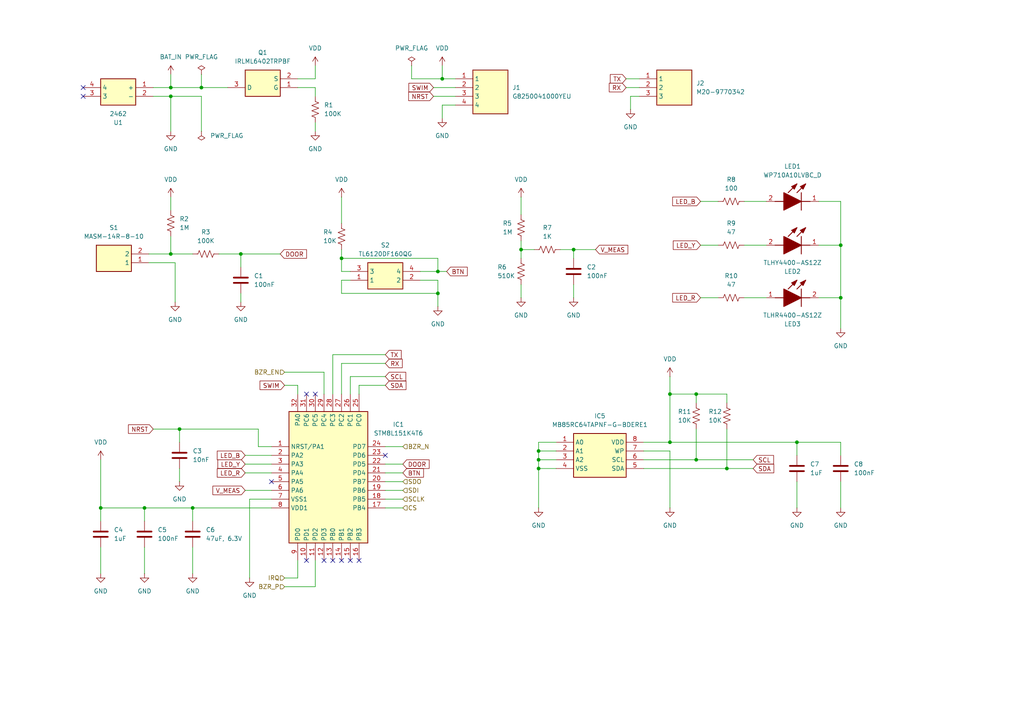
<source format=kicad_sch>
(kicad_sch (version 20250114) (generator "eeschema") (generator_version "9.0")
  (paper "A4")
  (title_block (title "MCU") (date "2025-10-20") (rev "REV1.0") (company "NPX4U"))
  (lib_symbols
    (symbol "2462:2462"
      (property "Reference" "U" (at 16.51 7.62 0))
      (property "Value" "2462" (at 16.51 5.08 0))
      (symbol "2462_1_1"
        (rectangle (start 5.08 2.54) (end 15.24 -5.08) (stroke (width 0.254)) (fill (type background)))
        (pin passive line (at 0 0 0) (length 5.08) (name "3") (number "3"))
        (pin passive line (at 0 -2.54 0) (length 5.08) (name "4") (number "4"))
        (pin passive line (at 20.32 0 180) (length 5.08) (name "-") (number "2"))
        (pin passive line (at 20.32 -2.54 180) (length 5.08) (name "+") (number "1"))
      )
    )
    (symbol "Device:C" (pin_numbers (hide yes)) (pin_names (offset 0.254))
      (property "Reference" "C" (at 0.635 2.54 0))
      (property "Value" "C" (at 0.635 -2.54 0))
      (symbol "C_0_1"
        (polyline (pts (xy -2.032 0.762) (xy 2.032 0.762)) (stroke (width 0.508)))
        (polyline (pts (xy -2.032 -0.762) (xy 2.032 -0.762)) (stroke (width 0.508)))
      )
      (symbol "C_1_1"
        (pin passive line (at 0 3.81 270) (length 2.794) (name "~") (number "1"))
        (pin passive line (at 0 -3.81 90) (length 2.794) (name "~") (number "2"))
      )
    )
    (symbol "Device:R_US" (pin_numbers (hide yes)) (pin_names (offset 0))
      (property "Reference" "R" (at 2.54 0 90))
      (property "Value" "R_US" (at -2.54 0 90))
      (symbol "R_US_0_1"
        (polyline (pts (xy 0 2.286) (xy 0 2.54)))
        (polyline (pts (xy 0 2.286) (xy 1.016 1.905) (xy 0 1.524) (xy -1.016 1.143) (xy 0 0.762)))
        (polyline (pts (xy 0 0.762) (xy 1.016 0.381) (xy 0 0) (xy -1.016 -0.381) (xy 0 -0.762)))
        (polyline (pts (xy 0 -0.762) (xy 1.016 -1.143) (xy 0 -1.524) (xy -1.016 -1.905) (xy 0 -2.286)))
        (polyline (pts (xy 0 -2.286) (xy 0 -2.54)))
      )
      (symbol "R_US_1_1"
        (pin passive line (at 0 3.81 270) (length 1.27) (name "~") (number "1"))
        (pin passive line (at 0 -3.81 90) (length 1.27) (name "~") (number "2"))
      )
    )
    (symbol "G8250041000YEU:G8250041000YEU"
      (property "Reference" "J" (at 16.51 7.62 0))
      (property "Value" "G8250041000YEU" (at 16.51 5.08 0))
      (symbol "G8250041000YEU_1_1"
        (rectangle (start 5.08 2.54) (end 15.24 -10.16) (stroke (width 0.254)) (fill (type background)))
        (pin passive line (at 0 0 0) (length 5.08) (name "1") (number "1"))
        (pin passive line (at 0 -2.54 0) (length 5.08) (name "2") (number "2"))
        (pin passive line (at 0 -5.08 0) (length 5.08) (name "3") (number "3"))
        (pin passive line (at 0 -7.62 0) (length 5.08) (name "4") (number "4"))
      )
    )
    (symbol "IRLML6402TRPBF:IRLML6402TRPBF"
      (property "Reference" "Q" (at 16.51 7.62 0))
      (property "Value" "IRLML6402TRPBF" (at 16.51 5.08 0))
      (symbol "IRLML6402TRPBF_1_1"
        (rectangle (start 5.08 2.54) (end 15.24 -5.08) (stroke (width 0.254)) (fill (type background)))
        (pin passive line (at 0 0 0) (length 5.08) (name "G") (number "1"))
        (pin passive line (at 0 -2.54 0) (length 5.08) (name "S") (number "2"))
        (pin passive line (at 20.32 0 180) (length 5.08) (name "D") (number "3"))
      )
    )
    (symbol "M20-9770342:M20-9770342"
      (property "Reference" "J" (at 16.51 7.62 0))
      (property "Value" "M20-9770342" (at 16.51 5.08 0))
      (symbol "M20-9770342_1_1"
        (rectangle (start 5.08 2.54) (end 15.24 -7.62) (stroke (width 0.254)) (fill (type background)))
        (pin passive line (at 0 0 0) (length 5.08) (name "1") (number "1"))
        (pin passive line (at 0 -2.54 0) (length 5.08) (name "2") (number "2"))
        (pin passive line (at 0 -5.08 0) (length 5.08) (name "3") (number "3"))
      )
    )
    (symbol "MASM-14R-8-10:MASM-14R-8-10"
      (property "Reference" "S" (at 16.51 7.62 0))
      (property "Value" "MASM-14R-8-10" (at 16.51 5.08 0))
      (symbol "MASM-14R-8-10_1_1"
        (rectangle (start 5.08 2.54) (end 15.24 -5.08) (stroke (width 0.254)) (fill (type background)))
        (pin passive line (at 0 0 0) (length 5.08) (name "1") (number "1"))
        (pin passive line (at 0 -2.54 0) (length 5.08) (name "2") (number "2"))
      )
    )
    (symbol "MB85RC64TAPNF-G-BDERE1:MB85RC64TAPNF-G-BDERE1"
      (property "Reference" "IC" (at 21.59 7.62 0))
      (property "Value" "MB85RC64TAPNF-G-BDERE1" (at 21.59 5.08 0))
      (symbol "MB85RC64TAPNF-G-BDERE1_1_1"
        (rectangle (start 5.08 2.54) (end 20.32 -10.16) (stroke (width 0.254)) (fill (type background)))
        (pin passive line (at 0 0 0) (length 5.08) (name "A0") (number "1"))
        (pin passive line (at 0 -2.54 0) (length 5.08) (name "A1") (number "2"))
        (pin passive line (at 0 -5.08 0) (length 5.08) (name "A2") (number "3"))
        (pin passive line (at 0 -7.62 0) (length 5.08) (name "VSS") (number "4"))
        (pin passive line (at 25.4 0 180) (length 5.08) (name "VDD") (number "8"))
        (pin passive line (at 25.4 -2.54 180) (length 5.08) (name "WP") (number "7"))
        (pin passive line (at 25.4 -5.08 180) (length 5.08) (name "SCL") (number "6"))
        (pin passive line (at 25.4 -7.62 180) (length 5.08) (name "SDA") (number "5"))
      )
    )
    (symbol "STM8L151K4T6:STM8L151K4T6"
      (property "Reference" "IC" (at 29.21 15.24 0))
      (property "Value" "STM8L151K4T6" (at 29.21 12.7 0))
      (symbol "STM8L151K4T6_1_1"
        (rectangle (start 5.08 10.16) (end 27.94 -27.94) (stroke (width 0.254)) (fill (type background)))
        (pin passive line (at 0 0 0) (length 5.08) (name "NRST/PA1") (number "1"))
        (pin passive line (at 0 -2.54 0) (length 5.08) (name "PA2") (number "2"))
        (pin passive line (at 0 -5.08 0) (length 5.08) (name "PA3") (number "3"))
        (pin passive line (at 0 -7.62 0) (length 5.08) (name "PA4") (number "4"))
        (pin passive line (at 0 -10.16 0) (length 5.08) (name "PA5") (number "5"))
        (pin passive line (at 0 -12.7 0) (length 5.08) (name "PA6") (number "6"))
        (pin passive line (at 0 -15.24 0) (length 5.08) (name "VSS1") (number "7"))
        (pin passive line (at 0 -17.78 0) (length 5.08) (name "VDD1") (number "8"))
        (pin passive line (at 7.62 15.24 270) (length 5.08) (name "PA0") (number "32"))
        (pin passive line (at 7.62 -33.02 90) (length 5.08) (name "PD0") (number "9"))
        (pin passive line (at 10.16 15.24 270) (length 5.08) (name "PC6") (number "31"))
        (pin passive line (at 10.16 -33.02 90) (length 5.08) (name "PD1") (number "10"))
        (pin passive line (at 12.7 15.24 270) (length 5.08) (name "PC5") (number "30"))
        (pin passive line (at 12.7 -33.02 90) (length 5.08) (name "PD2") (number "11"))
        (pin passive line (at 15.24 15.24 270) (length 5.08) (name "PC4") (number "29"))
        (pin passive line (at 15.24 -33.02 90) (length 5.08) (name "PD3") (number "12"))
        (pin passive line (at 17.78 15.24 270) (length 5.08) (name "PC3") (number "28"))
        (pin passive line (at 17.78 -33.02 90) (length 5.08) (name "PB0") (number "13"))
        (pin passive line (at 20.32 15.24 270) (length 5.08) (name "PC2") (number "27"))
        (pin passive line (at 20.32 -33.02 90) (length 5.08) (name "PB1") (number "14"))
        (pin passive line (at 22.86 15.24 270) (length 5.08) (name "PC1") (number "26"))
        (pin passive line (at 22.86 -33.02 90) (length 5.08) (name "PB2") (number "15"))
        (pin passive line (at 25.4 15.24 270) (length 5.08) (name "PC0") (number "25"))
        (pin passive line (at 25.4 -33.02 90) (length 5.08) (name "PB3") (number "16"))
        (pin passive line (at 33.02 0 180) (length 5.08) (name "PD7") (number "24"))
        (pin passive line (at 33.02 -2.54 180) (length 5.08) (name "PD6") (number "23"))
        (pin passive line (at 33.02 -5.08 180) (length 5.08) (name "PD5") (number "22"))
        (pin passive line (at 33.02 -7.62 180) (length 5.08) (name "PD4") (number "21"))
        (pin passive line (at 33.02 -10.16 180) (length 5.08) (name "PB7") (number "20"))
        (pin passive line (at 33.02 -12.7 180) (length 5.08) (name "PB6") (number "19"))
        (pin passive line (at 33.02 -15.24 180) (length 5.08) (name "PB5") (number "18"))
        (pin passive line (at 33.02 -17.78 180) (length 5.08) (name "PB4") (number "17"))
      )
    )
    (symbol "TL6120DF160QG:TL6120DF160QG"
      (property "Reference" "S" (at 16.51 7.62 0))
      (property "Value" "TL6120DF160QG" (at 16.51 5.08 0))
      (symbol "TL6120DF160QG_1_1"
        (rectangle (start 5.08 2.54) (end 15.24 -5.08) (stroke (width 0.254)) (fill (type background)))
        (pin passive line (at 0 0 0) (length 5.08) (name "3") (number "3"))
        (pin passive line (at 0 -2.54 0) (length 5.08) (name "1") (number "1"))
        (pin passive line (at 20.32 0 180) (length 5.08) (name "4") (number "4"))
        (pin passive line (at 20.32 -2.54 180) (length 5.08) (name "2") (number "2"))
      )
    )
    (symbol "TLHR4400-AS12Z:TLHR4400-AS12Z" (pin_names (hide yes))
      (property "Reference" "LED" (at 12.7 8.89 0))
      (property "Value" "TLHR4400-AS12Z" (at 12.7 6.35 0))
      (symbol "TLHR4400-AS12Z_1_1"
        (polyline (pts (xy 2.54 0) (xy 5.08 0)) (stroke (width 0.254)))
        (polyline (pts (xy 5.08 2.54) (xy 5.08 -2.54)) (stroke (width 0.254)))
        (polyline (pts (xy 5.08 0) (xy 10.16 2.54) (xy 10.16 -2.54) (xy 5.08 0)) (stroke (width 0.254)) (fill (type outline)))
        (polyline (pts (xy 5.334 4.318) (xy 4.572 3.556) (xy 3.81 5.08) (xy 5.334 4.318)) (stroke (width 0.254)) (fill (type outline)))
        (polyline (pts (xy 6.35 2.54) (xy 3.81 5.08)) (stroke (width 0.254)))
        (polyline (pts (xy 7.874 4.318) (xy 7.112 3.556) (xy 6.35 5.08) (xy 7.874 4.318)) (stroke (width 0.254)) (fill (type outline)))
        (polyline (pts (xy 8.89 2.54) (xy 6.35 5.08)) (stroke (width 0.254)))
        (polyline (pts (xy 10.16 0) (xy 12.7 0)) (stroke (width 0.254)))
        (pin passive line (at 0 0 0) (length 2.54) (name "K") (number "2"))
        (pin passive line (at 15.24 0 180) (length 2.54) (name "A") (number "1"))
      )
    )
    (symbol "TLHY4400-AS12Z:TLHY4400-AS12Z" (pin_names (hide yes))
      (property "Reference" "LED" (at 12.7 8.89 0))
      (property "Value" "TLHY4400-AS12Z" (at 12.7 6.35 0))
      (symbol "TLHY4400-AS12Z_1_1"
        (polyline (pts (xy 2.54 0) (xy 5.08 0)) (stroke (width 0.254)))
        (polyline (pts (xy 5.08 2.54) (xy 5.08 -2.54)) (stroke (width 0.254)))
        (polyline (pts (xy 5.08 0) (xy 10.16 2.54) (xy 10.16 -2.54) (xy 5.08 0)) (stroke (width 0.254)) (fill (type outline)))
        (polyline (pts (xy 5.334 4.318) (xy 4.572 3.556) (xy 3.81 5.08) (xy 5.334 4.318)) (stroke (width 0.254)) (fill (type outline)))
        (polyline (pts (xy 6.35 2.54) (xy 3.81 5.08)) (stroke (width 0.254)))
        (polyline (pts (xy 7.874 4.318) (xy 7.112 3.556) (xy 6.35 5.08) (xy 7.874 4.318)) (stroke (width 0.254)) (fill (type outline)))
        (polyline (pts (xy 8.89 2.54) (xy 6.35 5.08)) (stroke (width 0.254)))
        (polyline (pts (xy 10.16 0) (xy 12.7 0)) (stroke (width 0.254)))
        (pin passive line (at 0 0 0) (length 2.54) (name "K") (number "1"))
        (pin passive line (at 15.24 0 180) (length 2.54) (name "A") (number "2"))
      )
    )
    (symbol "WP710A10LVBC_D:WP710A10LVBC_D" (pin_names (hide yes))
      (property "Reference" "LED" (at 12.7 8.89 0))
      (property "Value" "WP710A10LVBC_D" (at 12.7 6.35 0))
      (symbol "WP710A10LVBC_D_1_1"
        (polyline (pts (xy 2.54 0) (xy 5.08 0)) (stroke (width 0.254)))
        (polyline (pts (xy 5.08 2.54) (xy 5.08 -2.54)) (stroke (width 0.254)))
        (polyline (pts (xy 5.08 0) (xy 10.16 2.54) (xy 10.16 -2.54) (xy 5.08 0)) (stroke (width 0.254)) (fill (type outline)))
        (polyline (pts (xy 5.334 4.318) (xy 4.572 3.556) (xy 3.81 5.08) (xy 5.334 4.318)) (stroke (width 0.254)) (fill (type outline)))
        (polyline (pts (xy 6.35 2.54) (xy 3.81 5.08)) (stroke (width 0.254)))
        (polyline (pts (xy 7.874 4.318) (xy 7.112 3.556) (xy 6.35 5.08) (xy 7.874 4.318)) (stroke (width 0.254)) (fill (type outline)))
        (polyline (pts (xy 8.89 2.54) (xy 6.35 5.08)) (stroke (width 0.254)))
        (polyline (pts (xy 10.16 0) (xy 12.7 0)) (stroke (width 0.254)))
        (pin passive line (at 0 0 0) (length 2.54) (name "K") (number "1"))
        (pin passive line (at 15.24 0 180) (length 2.54) (name "A") (number "2"))
      )
    )
    (symbol "power:GND" (power) (pin_numbers (hide yes)) (pin_names (offset 0) (hide yes))
      (property "Value" "GND" (at 0 -3.81 0))
      (symbol "GND_0_1"
        (polyline (pts (xy 0 0) (xy 0 -1.27) (xy 1.27 -1.27) (xy 0 -2.54) (xy -1.27 -1.27) (xy 0 -1.27)))
      )
      (symbol "GND_1_1"
        (pin power_in line (at 0 0 270) (length 0) (name "~") (number "1"))
      )
    )
    (symbol "power:PWR_FLAG" (power) (pin_numbers (hide yes)) (pin_names (offset 0) (hide yes))
      (property "Value" "PWR_FLAG" (at 0 3.81 0))
      (symbol "PWR_FLAG_0_0"
        (pin power_out line (at 0 0 90) (length 0) (name "~") (number "1"))
      )
      (symbol "PWR_FLAG_0_1"
        (polyline (pts (xy 0 0) (xy 0 1.27) (xy -1.016 1.905) (xy 0 2.54) (xy 1.016 1.905) (xy 0 1.27)))
      )
    )
    (symbol "power:VDD" (power) (pin_numbers (hide yes)) (pin_names (offset 0) (hide yes))
      (property "Value" "VDD" (at 0 3.556 0))
      (symbol "VDD_0_1"
        (polyline (pts (xy -0.762 1.27) (xy 0 2.54)))
        (polyline (pts (xy 0 2.54) (xy 0.762 1.27)))
        (polyline (pts (xy 0 0) (xy 0 2.54)))
      )
      (symbol "VDD_1_1"
        (pin power_in line (at 0 0 90) (length 0) (name "~") (number "1"))
      )
    )
  )
  (junction (at 243.84 71.12))
  (junction (at 99.06 74.93))
  (junction (at 210.82 135.89))
  (junction (at 52.07 124.46))
  (junction (at 243.84 86.36))
  (junction (at 201.93 114.3))
  (junction (at 29.21 147.32))
  (junction (at 41.91 147.32))
  (junction (at 166.37 72.39))
  (junction (at 156.21 135.89))
  (junction (at 69.85 73.66))
  (junction (at 127 78.74))
  (junction (at 49.53 73.66))
  (junction (at 55.88 147.32))
  (junction (at 49.53 25.4))
  (junction (at 127 85.09))
  (junction (at 156.21 133.35))
  (junction (at 58.42 25.4))
  (junction (at 151.13 72.39))
  (junction (at 231.14 128.27))
  (junction (at 128.27 22.86))
  (junction (at 49.53 27.94))
  (junction (at 194.31 128.27))
  (junction (at 194.31 114.3))
  (junction (at 201.93 133.35))
  (junction (at 156.21 130.81))
  (no_connect (at 24.13 27.94))
  (no_connect (at 78.74 139.7))
  (no_connect (at 91.44 114.3))
  (no_connect (at 99.06 162.56))
  (no_connect (at 101.6 162.56))
  (no_connect (at 104.14 162.56))
  (no_connect (at 88.9 114.3))
  (no_connect (at 111.76 132.08))
  (no_connect (at 93.98 162.56))
  (no_connect (at 88.9 162.56))
  (no_connect (at 24.13 25.4))
  (no_connect (at 96.52 162.56))
  (wire (pts (xy 151.13 69.85) (xy 151.13 72.39)))
  (wire (pts (xy 58.42 38.1) (xy 58.42 27.94)))
  (wire (pts (xy 41.91 158.75) (xy 41.91 166.37)))
  (wire (pts (xy 156.21 133.35) (xy 161.29 133.35)))
  (wire (pts (xy 127 74.93) (xy 99.06 74.93)))
  (wire (pts (xy 99.06 74.93) (xy 99.06 72.39)))
  (wire (pts (xy 74.93 124.46) (xy 74.93 129.54)))
  (wire (pts (xy 104.14 111.76) (xy 104.14 114.3)))
  (wire (pts (xy 132.08 22.86) (xy 128.27 22.86)))
  (wire (pts (xy 156.21 135.89) (xy 156.21 133.35)))
  (wire (pts (xy 50.8 87.63) (xy 50.8 76.2)))
  (wire (pts (xy 49.53 21.59) (xy 49.53 25.4)))
  (wire (pts (xy 71.12 132.08) (xy 78.74 132.08)))
  (wire (pts (xy 55.88 147.32) (xy 41.91 147.32)))
  (wire (pts (xy 29.21 158.75) (xy 29.21 166.37)))
  (wire (pts (xy 55.88 158.75) (xy 55.88 166.37)))
  (wire (pts (xy 201.93 133.35) (xy 218.44 133.35)))
  (wire (pts (xy 99.06 78.74) (xy 99.06 74.93)))
  (wire (pts (xy 156.21 147.32) (xy 156.21 135.89)))
  (wire (pts (xy 215.9 58.42) (xy 222.25 58.42)))
  (wire (pts (xy 49.53 27.94) (xy 49.53 38.1)))
  (wire (pts (xy 166.37 82.55) (xy 166.37 86.36)))
  (wire (pts (xy 86.36 111.76) (xy 86.36 114.3)))
  (wire (pts (xy 210.82 116.84) (xy 210.82 114.3)))
  (wire (pts (xy 125.73 27.94) (xy 132.08 27.94)))
  (wire (pts (xy 99.06 105.41) (xy 111.76 105.41)))
  (wire (pts (xy 82.55 167.64) (xy 86.36 167.64)))
  (wire (pts (xy 111.76 102.87) (xy 96.52 102.87)))
  (wire (pts (xy 63.5 73.66) (xy 69.85 73.66)))
  (wire (pts (xy 151.13 72.39) (xy 151.13 74.93)))
  (wire (pts (xy 203.2 58.42) (xy 208.28 58.42)))
  (wire (pts (xy 119.38 22.86) (xy 128.27 22.86)))
  (wire (pts (xy 58.42 25.4) (xy 66.04 25.4)))
  (wire (pts (xy 55.88 147.32) (xy 55.88 151.13)))
  (wire (pts (xy 156.21 135.89) (xy 161.29 135.89)))
  (wire (pts (xy 101.6 109.22) (xy 101.6 114.3)))
  (wire (pts (xy 93.98 107.95) (xy 93.98 114.3)))
  (wire (pts (xy 127 81.28) (xy 121.92 81.28)))
  (wire (pts (xy 49.53 73.66) (xy 49.53 68.58)))
  (wire (pts (xy 156.21 130.81) (xy 156.21 128.27)))
  (wire (pts (xy 231.14 132.08) (xy 231.14 128.27)))
  (wire (pts (xy 52.07 124.46) (xy 44.45 124.46)))
  (wire (pts (xy 52.07 124.46) (xy 52.07 128.27)))
  (wire (pts (xy 194.31 114.3) (xy 194.31 109.22)))
  (wire (pts (xy 210.82 114.3) (xy 201.93 114.3)))
  (wire (pts (xy 203.2 86.36) (xy 208.28 86.36)))
  (wire (pts (xy 151.13 57.15) (xy 151.13 62.23)))
  (wire (pts (xy 127 78.74) (xy 129.54 78.74)))
  (wire (pts (xy 49.53 73.66) (xy 55.88 73.66)))
  (wire (pts (xy 186.69 135.89) (xy 210.82 135.89)))
  (wire (pts (xy 162.56 72.39) (xy 166.37 72.39)))
  (wire (pts (xy 194.31 130.81) (xy 186.69 130.81)))
  (wire (pts (xy 156.21 130.81) (xy 161.29 130.81)))
  (wire (pts (xy 58.42 21.59) (xy 58.42 25.4)))
  (wire (pts (xy 86.36 167.64) (xy 86.36 162.56)))
  (wire (pts (xy 111.76 147.32) (xy 116.84 147.32)))
  (wire (pts (xy 99.06 114.3) (xy 99.06 105.41)))
  (wire (pts (xy 237.49 71.12) (xy 243.84 71.12)))
  (wire (pts (xy 128.27 30.48) (xy 128.27 34.29)))
  (wire (pts (xy 111.76 137.16) (xy 116.84 137.16)))
  (wire (pts (xy 49.53 57.15) (xy 49.53 60.96)))
  (wire (pts (xy 132.08 30.48) (xy 128.27 30.48)))
  (wire (pts (xy 237.49 86.36) (xy 243.84 86.36)))
  (wire (pts (xy 43.18 73.66) (xy 49.53 73.66)))
  (wire (pts (xy 186.69 133.35) (xy 201.93 133.35)))
  (wire (pts (xy 194.31 128.27) (xy 194.31 114.3)))
  (wire (pts (xy 182.88 27.94) (xy 182.88 31.75)))
  (wire (pts (xy 91.44 22.86) (xy 91.44 19.05)))
  (wire (pts (xy 181.61 25.4) (xy 185.42 25.4)))
  (wire (pts (xy 72.39 144.78) (xy 78.74 144.78)))
  (wire (pts (xy 243.84 128.27) (xy 231.14 128.27)))
  (wire (pts (xy 166.37 72.39) (xy 166.37 74.93)))
  (wire (pts (xy 151.13 72.39) (xy 154.94 72.39)))
  (wire (pts (xy 44.45 25.4) (xy 49.53 25.4)))
  (wire (pts (xy 41.91 147.32) (xy 41.91 151.13)))
  (wire (pts (xy 243.84 71.12) (xy 243.84 86.36)))
  (wire (pts (xy 127 85.09) (xy 127 81.28)))
  (wire (pts (xy 99.06 85.09) (xy 127 85.09)))
  (wire (pts (xy 215.9 86.36) (xy 222.25 86.36)))
  (wire (pts (xy 49.53 25.4) (xy 58.42 25.4)))
  (wire (pts (xy 82.55 170.18) (xy 91.44 170.18)))
  (wire (pts (xy 119.38 19.05) (xy 119.38 22.86)))
  (wire (pts (xy 71.12 134.62) (xy 78.74 134.62)))
  (wire (pts (xy 121.92 78.74) (xy 127 78.74)))
  (wire (pts (xy 82.55 111.76) (xy 86.36 111.76)))
  (wire (pts (xy 74.93 129.54) (xy 78.74 129.54)))
  (wire (pts (xy 231.14 128.27) (xy 194.31 128.27)))
  (wire (pts (xy 86.36 25.4) (xy 91.44 25.4)))
  (wire (pts (xy 101.6 81.28) (xy 99.06 81.28)))
  (wire (pts (xy 111.76 129.54) (xy 116.84 129.54)))
  (wire (pts (xy 127 88.9) (xy 127 85.09)))
  (wire (pts (xy 41.91 147.32) (xy 29.21 147.32)))
  (wire (pts (xy 243.84 58.42) (xy 243.84 71.12)))
  (wire (pts (xy 99.06 57.15) (xy 99.06 64.77)))
  (wire (pts (xy 111.76 134.62) (xy 116.84 134.62)))
  (wire (pts (xy 111.76 142.24) (xy 116.84 142.24)))
  (wire (pts (xy 69.85 85.09) (xy 69.85 87.63)))
  (wire (pts (xy 55.88 147.32) (xy 78.74 147.32)))
  (wire (pts (xy 243.84 139.7) (xy 243.84 147.32)))
  (wire (pts (xy 237.49 58.42) (xy 243.84 58.42)))
  (wire (pts (xy 111.76 144.78) (xy 116.84 144.78)))
  (wire (pts (xy 69.85 73.66) (xy 69.85 77.47)))
  (wire (pts (xy 243.84 86.36) (xy 243.84 95.25)))
  (wire (pts (xy 86.36 22.86) (xy 91.44 22.86)))
  (wire (pts (xy 71.12 142.24) (xy 78.74 142.24)))
  (wire (pts (xy 111.76 109.22) (xy 101.6 109.22)))
  (wire (pts (xy 166.37 72.39) (xy 172.72 72.39)))
  (wire (pts (xy 99.06 81.28) (xy 99.06 85.09)))
  (wire (pts (xy 91.44 25.4) (xy 91.44 27.94)))
  (wire (pts (xy 125.73 25.4) (xy 132.08 25.4)))
  (wire (pts (xy 231.14 139.7) (xy 231.14 147.32)))
  (wire (pts (xy 29.21 147.32) (xy 29.21 151.13)))
  (wire (pts (xy 127 78.74) (xy 127 74.93)))
  (wire (pts (xy 215.9 71.12) (xy 222.25 71.12)))
  (wire (pts (xy 52.07 135.89) (xy 52.07 139.7)))
  (wire (pts (xy 96.52 102.87) (xy 96.52 114.3)))
  (wire (pts (xy 82.55 107.95) (xy 93.98 107.95)))
  (wire (pts (xy 181.61 22.86) (xy 185.42 22.86)))
  (wire (pts (xy 91.44 35.56) (xy 91.44 38.1)))
  (wire (pts (xy 243.84 132.08) (xy 243.84 128.27)))
  (wire (pts (xy 44.45 27.94) (xy 49.53 27.94)))
  (wire (pts (xy 111.76 111.76) (xy 104.14 111.76)))
  (wire (pts (xy 201.93 124.46) (xy 201.93 133.35)))
  (wire (pts (xy 72.39 144.78) (xy 72.39 167.64)))
  (wire (pts (xy 194.31 147.32) (xy 194.31 130.81)))
  (wire (pts (xy 210.82 135.89) (xy 218.44 135.89)))
  (wire (pts (xy 203.2 71.12) (xy 208.28 71.12)))
  (wire (pts (xy 71.12 137.16) (xy 78.74 137.16)))
  (wire (pts (xy 156.21 128.27) (xy 161.29 128.27)))
  (wire (pts (xy 210.82 124.46) (xy 210.82 135.89)))
  (wire (pts (xy 151.13 82.55) (xy 151.13 86.36)))
  (wire (pts (xy 201.93 116.84) (xy 201.93 114.3)))
  (wire (pts (xy 128.27 22.86) (xy 128.27 19.05)))
  (wire (pts (xy 58.42 27.94) (xy 49.53 27.94)))
  (wire (pts (xy 29.21 133.35) (xy 29.21 147.32)))
  (wire (pts (xy 111.76 139.7) (xy 116.84 139.7)))
  (wire (pts (xy 201.93 114.3) (xy 194.31 114.3)))
  (wire (pts (xy 74.93 124.46) (xy 52.07 124.46)))
  (wire (pts (xy 50.8 76.2) (xy 43.18 76.2)))
  (wire (pts (xy 186.69 128.27) (xy 194.31 128.27)))
  (wire (pts (xy 156.21 133.35) (xy 156.21 130.81)))
  (wire (pts (xy 101.6 78.74) (xy 99.06 78.74)))
  (wire (pts (xy 185.42 27.94) (xy 182.88 27.94)))
  (wire (pts (xy 69.85 73.66) (xy 81.28 73.66)))
  (wire (pts (xy 91.44 170.18) (xy 91.44 162.56)))
  (global_label "V_MEAS" (shape input) (at 172.72 72.39 0) (property "Intersheetrefs" "${INTERSHEET_REFS}" (effects (hide yes))))
  (global_label "DOOR" (shape input) (at 81.28 73.66 0) (property "Intersheetrefs" "${INTERSHEET_REFS}" (effects (hide yes))))
  (global_label "RX" (shape input) (at 111.76 105.41 0) (property "Intersheetrefs" "${INTERSHEET_REFS}" (effects (hide yes))))
  (global_label "LED_B" (shape input) (at 203.2 58.42 180) (property "Intersheetrefs" "${INTERSHEET_REFS}" (effects (hide yes))))
  (global_label "BTN" (shape input) (at 116.84 137.16 0) (property "Intersheetrefs" "${INTERSHEET_REFS}" (effects (hide yes))))
  (global_label "SDA" (shape input) (at 111.76 111.76 0) (property "Intersheetrefs" "${INTERSHEET_REFS}" (effects (hide yes))))
  (global_label "SDA" (shape input) (at 218.44 135.89 0) (property "Intersheetrefs" "${INTERSHEET_REFS}" (effects (hide yes))))
  (global_label "RX" (shape input) (at 181.61 25.4 180) (property "Intersheetrefs" "${INTERSHEET_REFS}" (effects (hide yes))))
  (global_label "SWIM" (shape input) (at 125.73 25.4 180) (property "Intersheetrefs" "${INTERSHEET_REFS}" (effects (hide yes))))
  (global_label "LED_Y" (shape input) (at 203.2 71.12 180) (property "Intersheetrefs" "${INTERSHEET_REFS}" (effects (hide yes))))
  (global_label "LED_B" (shape input) (at 71.12 132.08 180) (property "Intersheetrefs" "${INTERSHEET_REFS}" (effects (hide yes))))
  (global_label "NRST" (shape input) (at 44.45 124.46 180) (property "Intersheetrefs" "${INTERSHEET_REFS}" (effects (hide yes))))
  (global_label "DOOR" (shape input) (at 116.84 134.62 0) (property "Intersheetrefs" "${INTERSHEET_REFS}" (effects (hide yes))))
  (global_label "SWIM" (shape input) (at 82.55 111.76 180) (property "Intersheetrefs" "${INTERSHEET_REFS}" (effects (hide yes))))
  (global_label "V_MEAS" (shape input) (at 71.12 142.24 180) (property "Intersheetrefs" "${INTERSHEET_REFS}" (effects (hide yes))))
  (global_label "LED_R" (shape input) (at 71.12 137.16 180) (property "Intersheetrefs" "${INTERSHEET_REFS}" (effects (hide yes))))
  (global_label "SCL" (shape input) (at 111.76 109.22 0) (property "Intersheetrefs" "${INTERSHEET_REFS}" (effects (hide yes))))
  (global_label "TX" (shape input) (at 111.76 102.87 0) (property "Intersheetrefs" "${INTERSHEET_REFS}" (effects (hide yes))))
  (global_label "NRST" (shape input) (at 125.73 27.94 180) (property "Intersheetrefs" "${INTERSHEET_REFS}" (effects (hide yes))))
  (global_label "BTN" (shape input) (at 129.54 78.74 0) (property "Intersheetrefs" "${INTERSHEET_REFS}" (effects (hide yes))))
  (global_label "SCL" (shape input) (at 218.44 133.35 0) (property "Intersheetrefs" "${INTERSHEET_REFS}" (effects (hide yes))))
  (global_label "TX" (shape input) (at 181.61 22.86 180) (property "Intersheetrefs" "${INTERSHEET_REFS}" (effects (hide yes))))
  (global_label "LED_Y" (shape input) (at 71.12 134.62 180) (property "Intersheetrefs" "${INTERSHEET_REFS}" (effects (hide yes))))
  (global_label "LED_R" (shape input) (at 203.2 86.36 180) (property "Intersheetrefs" "${INTERSHEET_REFS}" (effects (hide yes))))
  (hierarchical_label "BZR_EN" (shape input) (at 82.55 107.95 180))
  (hierarchical_label "IRQ" (shape input) (at 82.55 167.64 180))
  (hierarchical_label "SDO" (shape input) (at 116.84 139.7 0))
  (hierarchical_label "BZR_P" (shape input) (at 82.55 170.18 180))
  (hierarchical_label "SDI" (shape input) (at 116.84 142.24 0))
  (hierarchical_label "BZR_N" (shape input) (at 116.84 129.54 0))
  (hierarchical_label "CS" (shape input) (at 116.84 147.32 0))
  (hierarchical_label "SCLK" (shape input) (at 116.84 144.78 0))
  (symbol (lib_id "WP710A10LVBC_D:WP710A10LVBC_D") (at 237.49 58.42 0) (mirror y) (unit 1)
    (property "Reference" "LED1" (at 229.87 48.26 0))
    (property "Value" "WP710A10LVBC_D" (at 229.87 50.8 0))
    (property "Footprint" "MyParts:WP710A10LVBCD" (effects (hide yes)))
    (property "Datasheet" "http://www.kingbrightusa.com/images/catalog/SPEC/WP710A10LVBC-D.pdf" (effects (hide yes)))
    (property "Description" "Standard LEDs - Through Hole 3MM LOW CURRENT BLUE LED" (effects (hide yes)))
    (property "Height" "5.4" (effects (hide yes)))
    (property "Mouser Part Number" "604-WP710A10LVBCD" (effects (hide yes)))
    (property "Supplier Link" "https://www.mouser.co.uk/ProductDetail/Kingbright/WP710A10LVBC-D?qs=6oMev5NRZMF7xED66hMqMg%3D%3D" (effects (hide yes)))
    (property "Manufacturer" "Kingbright" (effects (hide yes)))
    (property "Manufacturer Part Number" "WP710A10LVBC/D" (effects (hide yes)))
  )
  (symbol (lib_id "power:GND") (at 243.84 147.32 0) (unit 1)
    (property "Reference" "#PWR057" (effects (hide yes)))
    (property "Value" "GND" (at 243.84 152.4 0))
    (property "Description" "Power symbol creates a global label with name \"GND\" , ground" (effects (hide yes)))
  )
  (symbol (lib_id "Device:R_US") (at 59.69 73.66 90) (unit 1)
    (property "Reference" "R3" (at 59.69 67.31 90))
    (property "Value" "100K" (at 59.69 69.85 90))
    (property "Footprint" "Resistor_SMD:R_0603_1608Metric" (effects (hide yes)))
    (property "Description" "Resistor, US symbol" (effects (hide yes)))
    (property "Mouser Part Number" "594-MCT06030C1003FP5" (effects (hide yes)))
    (property "Supplier Link" "https://pt.mouser.com/ProductDetail/Vishay-Beyschlag/MCT06030C1003FP500?qs=sGAEpiMZZMvdGkrng054typNwhVi1mc8Rk09XKJvPxA%3D" (effects (hide yes)))
    (property "Manufacturer" "Vishay" (effects (hide yes)))
    (property "Manufacturer Part Number" "MCT06030C1003FP5" (effects (hide yes)))
  )
  (symbol (lib_id "Device:R_US") (at 201.93 120.65 180) (unit 1)
    (property "Reference" "R11" (at 196.596 119.38 0) (effects (justify right)))
    (property "Value" "10K" (at 196.596 121.92 0) (effects (justify right)))
    (property "Footprint" "Resistor_SMD:R_0603_1608Metric" (effects (hide yes)))
    (property "Description" "Resistor, US symbol" (effects (hide yes)))
    (property "Mouser Part Number" "71-RCA060310K0JNEA" (effects (hide yes)))
    (property "Supplier Link" "https://pt.mouser.com/ProductDetail/Vishay-Draloric/RCA060310K0JNEA?qs=c3C3yipULq2B1qdFMZ0cLA%3D%3D" (effects (hide yes)))
    (property "Manufacturer" "Vishay" (effects (hide yes)))
    (property "Manufacturer Part Number" "RCA060310K0JNEA" (effects (hide yes)))
  )
  (symbol (lib_id "G8250041000YEU:G8250041000YEU") (at 132.08 22.86 0) (unit 1)
    (property "Reference" "J1" (at 148.59 25.3999 0) (effects (justify left)))
    (property "Value" "G8250041000YEU" (at 148.59 27.9399 0) (effects (justify left)))
    (property "Footprint" "MyParts:HDRV4W55P0X200_1X4_800X200X635P" (effects (hide yes)))
    (property "Datasheet" "https://cdn.amphenol-cs.com/media/wysiwyg/files/drawing/g825xxx10x0yeu.pdf" (effects (hide yes)))
    (property "Description" "Board mount - Header Plug - Pin Header 2.0mm Pitch Vertical,1x4Pin,Gold Flash,LCP,4.0mm*2.0mm*2.8mm" (effects (hide yes)))
    (property "Height" "6.35" (effects (hide yes)))
    (property "Mouser Part Number" "523-G8250041000YEU" (effects (hide yes)))
    (property "Supplier Link" "https://www.mouser.co.uk/ProductDetail/Amphenol-Commercial-Products/G8250041000YEU?qs=f9yNj16SXrKPzZ0fvYmqsg%3D%3D" (effects (hide yes)))
    (property "Manufacturer" "Amphenol" (effects (hide yes)))
    (property "Manufacturer Part Number" "G8250041000YEU" (effects (hide yes)))
  )
  (symbol (lib_id "Device:R_US") (at 158.75 72.39 90) (unit 1)
    (property "Reference" "R7" (at 158.75 66.04 90))
    (property "Value" "1K" (at 158.75 68.58 90))
    (property "Footprint" "Resistor_SMD:R_0603_1608Metric" (effects (hide yes)))
    (property "Description" "Resistor, US symbol" (effects (hide yes)))
    (property "Mouser Part Number" "603-SR0603JR-071KL" (effects (hide yes)))
    (property "Supplier Link" "https://pt.mouser.com/ProductDetail/YAGEO/SR0603JR-071KL?qs=TyBUSTk9pD97MoKjQ9xH4g%3D%3D" (effects (hide yes)))
    (property "Manufacturer" "Yageo" (effects (hide yes)))
    (property "Manufacturer Part Number" "SR0603JR-071KL" (effects (hide yes)))
  )
  (symbol (lib_id "MB85RC64TAPNF-G-BDERE1:MB85RC64TAPNF-G-BDERE1") (at 161.29 128.27 0) (unit 1)
    (property "Reference" "IC5" (at 173.99 120.65 0))
    (property "Value" "MB85RC64TAPNF-G-BDERE1" (at 173.99 123.19 0))
    (property "Footprint" "MyParts:SOIC127P602X173-8N" (effects (hide yes)))
    (property "Datasheet" "https://datasheet.lcsc.com/szlcsc/FUJITSU-MB85RC64TAPNF-G-BDERE1_C189804.pdf" (effects (hide yes)))
    (property "Description" "64kbit FRAM with I2C serial interface, 1.8V, 3V- SOP8 T&R" (effects (hide yes)))
    (property "Height" "1.73" (effects (hide yes)))
    (property "Mouser Part Number" "249-85C64TAPNFGBDR1" (effects (hide yes)))
    (property "Supplier Link" "https://www.mouser.co.uk/ProductDetail/Fujitsu-Semiconductor/MB85RC64TAPNF-G-BDERE1?qs=HBWAp0VN4RjAfCGOi84Ipw%3D%3D" (effects (hide yes)))
    (property "Manufacturer" "Ramxeed" (effects (hide yes)))
    (property "Manufacturer Part Number" "MB85RC64TAPNF-G-BDERE1" (effects (hide yes)))
  )
  (symbol (lib_id "power:GND") (at 72.39 167.64 0) (unit 1)
    (property "Reference" "#PWR01" (effects (hide yes)))
    (property "Value" "GND" (at 72.39 172.72 0))
    (property "Description" "Power symbol creates a global label with name \"GND\" , ground" (effects (hide yes)))
  )
  (symbol (lib_id "TLHR4400-AS12Z:TLHR4400-AS12Z") (at 237.49 86.36 0) (mirror y) (unit 1)
    (property "Reference" "LED3" (at 229.87 93.98 0))
    (property "Value" "TLHR4400-AS12Z" (at 229.87 91.44 0))
    (property "Footprint" "MyParts:TLHR4400AS12Z" (effects (hide yes)))
    (property "Datasheet" "https://componentsearchengine.com/Datasheets/2/TLHR4400-AS12Z.pdf" (effects (hide yes)))
    (property "Description" "Standard LEDs - Through Hole Red 13mcd; 3mm 612-625nm; 2V Typ" (effects (hide yes)))
    (property "Height" "6.1" (effects (hide yes)))
    (property "Mouser Part Number" "78-TLHR4400-AS12Z" (effects (hide yes)))
    (property "Supplier Link" "https://www.mouser.co.uk/ProductDetail/Vishay-Semiconductors/TLHR4400-AS12Z?qs=nQ9vpdMXC6AwxmxsGskxgg%3D%3D" (effects (hide yes)))
    (property "Manufacturer" "Vishay" (effects (hide yes)))
    (property "Manufacturer Part Number" "TLHR4400-AS12Z" (effects (hide yes)))
  )
  (symbol (lib_id "M20-9770342:M20-9770342") (at 185.42 22.86 0) (unit 1)
    (property "Reference" "J2" (at 201.93 24.1299 0) (effects (justify left)))
    (property "Value" "M20-9770342" (at 201.93 26.6699 0) (effects (justify left)))
    (property "Footprint" "MyParts:HDRV3W66P0X254_1X3_762X254X855P" (effects (hide yes)))
    (property "Datasheet" "https://cdn.harwin.com/pdfs/M20-977.pdf" (effects (hide yes)))
    (property "Description" "2.54mm (0.1\") Pitch SIL Vertical Throughboard Pin Header, 5.8mm mating pin height, selective gold + tin, 3 contacts" (effects (hide yes)))
    (property "Height" "8.55" (effects (hide yes)))
    (property "Mouser Part Number" "855-M20-9770342" (effects (hide yes)))
    (property "Supplier Link" "https://www.mouser.co.uk/ProductDetail/Harwin/M20-9770342?qs=Jph8NoUxIfVskiTzAX%252BIFA%3D%3D" (effects (hide yes)))
    (property "Manufacturer" "Harwin" (effects (hide yes)))
    (property "Manufacturer Part Number" "M20-9770342" (effects (hide yes)))
  )
  (symbol (lib_id "power:GND") (at 55.88 166.37 0) (unit 1)
    (property "Reference" "#PWR04" (effects (hide yes)))
    (property "Value" "GND" (at 55.88 171.45 0))
    (property "Description" "Power symbol creates a global label with name \"GND\" , ground" (effects (hide yes)))
  )
  (symbol (lib_id "power:GND") (at 151.13 86.36 0) (unit 1)
    (property "Reference" "#PWR044" (effects (hide yes)))
    (property "Value" "GND" (at 151.13 91.44 0))
    (property "Description" "Power symbol creates a global label with name \"GND\" , ground" (effects (hide yes)))
  )
  (symbol (lib_id "power:VDD") (at 49.53 21.59 0) (unit 1)
    (property "Reference" "#PWR06" (effects (hide yes)))
    (property "Value" "BAT_IN" (at 49.53 16.51 0))
    (property "Description" "Power symbol creates a global label with name \"VDD\"" (effects (hide yes)))
  )
  (symbol (lib_id "power:PWR_FLAG") (at 119.38 19.05 0) (unit 1)
    (property "Reference" "#FLG03" (effects (hide yes)))
    (property "Value" "PWR_FLAG" (at 119.38 13.97 0))
    (property "Description" "Special symbol for telling ERC where power comes from" (effects (hide yes)))
  )
  (symbol (lib_id "Device:C") (at 29.21 154.94 0) (unit 1)
    (property "Reference" "C4" (at 33.02 153.6699 0) (effects (justify left)))
    (property "Value" "1uF" (at 33.02 156.2099 0) (effects (justify left)))
    (property "Footprint" "Capacitor_SMD:C_0603_1608Metric" (effects (hide yes)))
    (property "Description" "Unpolarized capacitor" (effects (hide yes)))
    (property "Mouser Part Number" "603-CC603KRX5R6BB105 " (effects (hide yes)))
    (property "Supplier Link" "https://pt.mouser.com/ProductDetail/YAGEO/CC0603KRX5R6BB105?qs=sGAEpiMZZMvsSlwiRhF8qj9NgEuXmwzviUWmAEAQAqw%3D" (effects (hide yes)))
    (property "Manufacturer" "Yageo" (effects (hide yes)))
    (property "Manufacturer Part Number" "CC603KRX5R6BB105 " (effects (hide yes)))
  )
  (symbol (lib_id "Device:R_US") (at 151.13 78.74 180) (unit 1)
    (property "Reference" "R6" (at 144.272 77.47 0) (effects (justify right)))
    (property "Value" "510K" (at 144.272 80.01 0) (effects (justify right)))
    (property "Footprint" "Resistor_SMD:R_0603_1608Metric" (effects (hide yes)))
    (property "Description" "Resistor, US symbol" (effects (hide yes)))
    (property "Mouser Part Number" "71-CRCW0603-510K" (effects (hide yes)))
    (property "Supplier Link" "https://pt.mouser.com/ProductDetail/Vishay/CRCW0603510KFKTA?qs=Iwt5MFXFRTDvOmNaiGKFIA%3D%3D" (effects (hide yes)))
    (property "Manufacturer" "Vishay" (effects (hide yes)))
    (property "Manufacturer Part Number" "CRCW0603-510K" (effects (hide yes)))
  )
  (symbol (lib_id "power:GND") (at 182.88 31.75 0) (unit 1)
    (property "Reference" "#PWR012" (effects (hide yes)))
    (property "Value" "GND" (at 182.88 36.83 0))
    (property "Description" "Power symbol creates a global label with name \"GND\" , ground" (effects (hide yes)))
  )
  (symbol (lib_id "power:VDD") (at 91.44 19.05 0) (unit 1)
    (property "Reference" "#PWR020" (effects (hide yes)))
    (property "Value" "VDD" (at 91.44 13.97 0))
    (property "Description" "Power symbol creates a global label with name \"VDD\"" (effects (hide yes)))
  )
  (symbol (lib_id "power:GND") (at 50.8 87.63 0) (unit 1)
    (property "Reference" "#PWR015" (effects (hide yes)))
    (property "Value" "GND" (at 50.8 92.71 0))
    (property "Description" "Power symbol creates a global label with name \"GND\" , ground" (effects (hide yes)))
  )
  (symbol (lib_id "power:PWR_FLAG") (at 58.42 38.1 180) (unit 1)
    (property "Reference" "#FLG02" (effects (hide yes)))
    (property "Value" "PWR_FLAG" (at 60.96 39.3699 0) (effects (justify right)))
    (property "Description" "Special symbol for telling ERC where power comes from" (effects (hide yes)))
  )
  (symbol (lib_id "STM8L151K4T6:STM8L151K4T6") (at 78.74 129.54 0) (unit 1)
    (property "Reference" "IC1" (at 115.57 123.1198 0))
    (property "Value" "STM8L151K4T6" (at 115.57 125.6598 0))
    (property "Footprint" "MyParts:QFP80P900X900X160-32N" (effects (hide yes)))
    (property "Datasheet" "http://www.st.com/st-web-ui/static/active/en/resource/technical/document/datasheet/CD00240181.pdf" (effects (hide yes)))
    (property "Description" "STM8L151K4T6, 8 bit STM8 Microcontroller 16MHz 1 kB, 16 kB Flash, 2 kB RAM, I2C 32-Pin LQFP" (effects (hide yes)))
    (property "Height" "1.6" (effects (hide yes)))
    (property "Mouser Part Number" "511-STM8L151K4T6" (effects (hide yes)))
    (property "Supplier Link" "https://www.mouser.co.uk/ProductDetail/STMicroelectronics/STM8L151K4T6?qs=H8t2elxe2QfV%252BTwO2SHNjg%3D%3D" (effects (hide yes)))
    (property "Manufacturer" "STMicroelectronics" (effects (hide yes)))
    (property "Manufacturer Part Number" "STM8L151K4T6" (effects (hide yes)))
  )
  (symbol (lib_id "IRLML6402TRPBF:IRLML6402TRPBF") (at 86.36 25.4 180) (unit 1)
    (property "Reference" "Q1" (at 76.2 15.24 0))
    (property "Value" "IRLML6402TRPBF" (at 76.2 17.78 0))
    (property "Footprint" "MyParts:SOT95P237X112-3N" (effects (hide yes)))
    (property "Datasheet" "http://www.infineon.com/dgdl/irlml6402pbf.pdf?fileId=5546d462533600a401535668d5c2263c" (effects (hide yes)))
    (property "Description" "MOSFET MOSFT P-Ch -3.7A 65mOhm 8nC Log Lvl" (effects (hide yes)))
    (property "Height" "1.12" (effects (hide yes)))
    (property "Mouser Part Number" "942-IRLML6402TRPBF" (effects (hide yes)))
    (property "Supplier Link" "https://www.mouser.co.uk/ProductDetail/Infineon-Technologies/IRLML6402TRPBF?qs=9%252BKlkBgLFf0HuZuONx2Ewg%3D%3D" (effects (hide yes)))
    (property "Manufacturer" "Infineon" (effects (hide yes)))
    (property "Manufacturer Part Number" "IRLML6402TRPBF" (effects (hide yes)))
  )
  (symbol (lib_id "power:GND") (at 156.21 147.32 0) (unit 1)
    (property "Reference" "#PWR013" (effects (hide yes)))
    (property "Value" "GND" (at 156.21 152.4 0))
    (property "Description" "Power symbol creates a global label with name \"GND\" , ground" (effects (hide yes)))
  )
  (symbol (lib_id "Device:R_US") (at 91.44 31.75 0) (unit 1)
    (property "Reference" "R1" (at 93.98 30.4799 0) (effects (justify left)))
    (property "Value" "100K" (at 93.98 33.0199 0) (effects (justify left)))
    (property "Footprint" "Resistor_SMD:R_0603_1608Metric" (effects (hide yes)))
    (property "Description" "Resistor, US symbol" (effects (hide yes)))
    (property "Mouser Part Number" "594-MCT06030C1003FP5" (effects (hide yes)))
    (property "Supplier Link" "https://pt.mouser.com/ProductDetail/Vishay-Beyschlag/MCT06030C1003FP500?qs=sGAEpiMZZMvdGkrng054typNwhVi1mc8Rk09XKJvPxA%3D" (effects (hide yes)))
    (property "Manufacturer" "Vishay" (effects (hide yes)))
    (property "Manufacturer Part Number" "MCT06030C1003FP5" (effects (hide yes)))
  )
  (symbol (lib_id "power:GND") (at 49.53 38.1 0) (unit 1)
    (property "Reference" "#PWR05" (effects (hide yes)))
    (property "Value" "GND" (at 49.53 43.18 0))
    (property "Description" "Power symbol creates a global label with name \"GND\" , ground" (effects (hide yes)))
  )
  (symbol (lib_id "power:PWR_FLAG") (at 58.42 21.59 0) (unit 1)
    (property "Reference" "#FLG01" (effects (hide yes)))
    (property "Value" "PWR_FLAG" (at 58.42 16.51 0))
    (property "Description" "Special symbol for telling ERC where power comes from" (effects (hide yes)))
  )
  (symbol (lib_id "power:GND") (at 166.37 86.36 0) (unit 1)
    (property "Reference" "#PWR040" (effects (hide yes)))
    (property "Value" "GND" (at 166.37 91.44 0))
    (property "Description" "Power symbol creates a global label with name \"GND\" , ground" (effects (hide yes)))
  )
  (symbol (lib_id "power:VDD") (at 194.31 109.22 0) (unit 1)
    (property "Reference" "#PWR054" (effects (hide yes)))
    (property "Value" "VDD" (at 194.31 104.14 0))
    (property "Description" "Power symbol creates a global label with name \"VDD\"" (effects (hide yes)))
  )
  (symbol (lib_id "power:VDD") (at 99.06 57.15 0) (unit 1)
    (property "Reference" "#PWR023" (effects (hide yes)))
    (property "Value" "VDD" (at 99.06 52.07 0))
    (property "Description" "Power symbol creates a global label with name \"VDD\"" (effects (hide yes)))
  )
  (symbol (lib_id "power:GND") (at 127 88.9 0) (unit 1)
    (property "Reference" "#PWR022" (effects (hide yes)))
    (property "Value" "GND" (at 127 93.98 0))
    (property "Description" "Power symbol creates a global label with name \"GND\" , ground" (effects (hide yes)))
  )
  (symbol (lib_id "power:GND") (at 41.91 166.37 0) (unit 1)
    (property "Reference" "#PWR03" (effects (hide yes)))
    (property "Value" "GND" (at 41.91 171.45 0))
    (property "Description" "Power symbol creates a global label with name \"GND\" , ground" (effects (hide yes)))
  )
  (symbol (lib_id "Device:R_US") (at 212.09 58.42 90) (unit 1)
    (property "Reference" "R8" (at 212.09 52.07 90))
    (property "Value" "100" (at 212.09 54.61 90))
    (property "Footprint" "Resistor_SMD:R_0603_1608Metric" (effects (hide yes)))
    (property "Description" "Resistor, US symbol" (effects (hide yes)))
    (property "Mouser Part Number" "71-CRCW0603100RJNEBC" (effects (hide yes)))
    (property "Supplier Link" "https://pt.mouser.com/ProductDetail/Vishay/CRCW0603100RJNEBC?qs=wd5RIQLrsJii9cJ3l5q4HQ%3D%3D" (effects (hide yes)))
    (property "Manufacturer" "Vishay" (effects (hide yes)))
    (property "Manufacturer Part Number" "CRCW0603100RJNEBC" (effects (hide yes)))
  )
  (symbol (lib_id "power:GND") (at 194.31 147.32 0) (unit 1)
    (property "Reference" "#PWR055" (effects (hide yes)))
    (property "Value" "GND" (at 194.31 152.4 0))
    (property "Description" "Power symbol creates a global label with name \"GND\" , ground" (effects (hide yes)))
  )
  (symbol (lib_id "TL6120DF160QG:TL6120DF160QG") (at 101.6 78.74 0) (unit 1)
    (property "Reference" "S2" (at 111.76 71.12 0))
    (property "Value" "TL6120DF160QG" (at 111.76 73.66 0))
    (property "Footprint" "MyParts:TL6120DF160QG" (effects (hide yes)))
    (property "Datasheet" "https://configured-product-images.s3.amazonaws.com/2D/specs/TL6120DF160QG.pdf" (effects (hide yes)))
    (property "Description" "TACT, 50mA, 12VDC SPST-NO, Off-(On) Surface Mount" (effects (hide yes)))
    (property "Height" "10.1" (effects (hide yes)))
    (property "Mouser Part Number" "612-TL6120DF160QG" (effects (hide yes)))
    (property "Supplier Link" "https://www.mouser.co.uk/ProductDetail/E-Switch/TL6120DF160QG?qs=QtyuwXswaQhSGW5Q0e27eA%3D%3D" (effects (hide yes)))
    (property "Manufacturer" "E-Switch" (effects (hide yes)))
    (property "Manufacturer Part Number" "TL6120DF160QG" (effects (hide yes)))
  )
  (symbol (lib_id "power:GND") (at 29.21 166.37 0) (unit 1)
    (property "Reference" "#PWR02" (effects (hide yes)))
    (property "Value" "GND" (at 29.21 171.45 0))
    (property "Description" "Power symbol creates a global label with name \"GND\" , ground" (effects (hide yes)))
  )
  (symbol (lib_id "power:GND") (at 231.14 147.32 0) (unit 1)
    (property "Reference" "#PWR056" (effects (hide yes)))
    (property "Value" "GND" (at 231.14 152.4 0))
    (property "Description" "Power symbol creates a global label with name \"GND\" , ground" (effects (hide yes)))
  )
  (symbol (lib_id "power:GND") (at 243.84 95.25 0) (unit 1)
    (property "Reference" "#PWR021" (effects (hide yes)))
    (property "Value" "GND" (at 243.84 100.33 0))
    (property "Description" "Power symbol creates a global label with name \"GND\" , ground" (effects (hide yes)))
  )
  (symbol (lib_id "power:VDD") (at 29.21 133.35 0) (unit 1)
    (property "Reference" "#PWR011" (effects (hide yes)))
    (property "Value" "VDD" (at 29.21 128.27 0))
    (property "Description" "Power symbol creates a global label with name \"VDD\"" (effects (hide yes)))
  )
  (symbol (lib_id "Device:R_US") (at 212.09 86.36 90) (unit 1)
    (property "Reference" "R10" (at 212.09 80.01 90))
    (property "Value" "47" (at 212.09 82.55 90))
    (property "Footprint" "Resistor_SMD:R_0603_1608Metric" (effects (hide yes)))
    (property "Description" "Resistor, US symbol" (effects (hide yes)))
    (property "Mouser Part Number" "667-ERJ-S03J470V" (effects (hide yes)))
    (property "Supplier Link" "https://pt.mouser.com/ProductDetail/Panasonic/ERJ-S03J470V?qs=Zyl8A9hlmJpXNqNzv%252BG9Dw%3D%3D" (effects (hide yes)))
    (property "Manufacturer" "Panasonic" (effects (hide yes)))
    (property "Manufacturer Part Number" "ERJ-S03J470V" (effects (hide yes)))
  )
  (symbol (lib_id "power:VDD") (at 49.53 57.15 0) (unit 1)
    (property "Reference" "#PWR010" (effects (hide yes)))
    (property "Value" "VDD" (at 49.53 52.07 0))
    (property "Description" "Power symbol creates a global label with name \"VDD\"" (effects (hide yes)))
  )
  (symbol (lib_id "Device:C") (at 55.88 154.94 0) (unit 1)
    (property "Reference" "C6" (at 59.69 153.6699 0) (effects (justify left)))
    (property "Value" "47uF, 6.3V" (at 59.69 156.2099 0) (effects (justify left)))
    (property "Footprint" "Capacitor_SMD:C_1206_3216Metric" (effects (hide yes)))
    (property "Description" "Unpolarized capacitor" (effects (hide yes)))
    (property "Mouser Part Number" "963-JMK316BJ476MD-T " (effects (hide yes)))
    (property "Supplier Link" "https://pt.mouser.com/ProductDetail/TAIYO-YUDEN/JMK316BJ476MD-T?qs=I6KAKw0tg2ytpg5eCRlhYw%3D%3D" (effects (hide yes)))
    (property "Manufacturer" "TAYO YUDEN" (effects (hide yes)))
    (property "Manufacturer Part Number" "JMK316BJ476MD-T " (effects (hide yes)))
  )
  (symbol (lib_id "MASM-14R-8-10:MASM-14R-8-10") (at 43.18 76.2 180) (unit 1)
    (property "Reference" "S1" (at 33.02 66.04 0))
    (property "Value" "MASM-14R-8-10" (at 33.02 68.58 0))
    (property "Footprint" "MyParts:MASM14R810" (effects (hide yes)))
    (property "Description" "Magnetic / Reed Switches 8-10 AT 200Vdc @ 10W" (effects (hide yes)))
    (property "Height" "2.84" (effects (hide yes)))
    (property "Mouser Part Number" "934-MASM-14R-8-10" (effects (hide yes)))
    (property "Supplier Link" "https://www.mouser.co.uk/ProductDetail/Littelfuse/MASM-14R-8-10?qs=5ptrxOxu%252BRY84YYgQdk4WQ%3D%3D" (effects (hide yes)))
    (property "Manufacturer" "LITTELFUSE" (effects (hide yes)))
    (property "Manufacturer Part Number" "MASM-14R-8-10" (effects (hide yes)))
  )
  (symbol (lib_id "Device:C") (at 52.07 132.08 0) (unit 1)
    (property "Reference" "C3" (at 55.88 130.8099 0) (effects (justify left)))
    (property "Value" "10nF" (at 55.88 133.3499 0) (effects (justify left)))
    (property "Footprint" "Capacitor_SMD:C_0402_1005Metric" (effects (hide yes)))
    (property "Description" "Unpolarized capacitor" (effects (hide yes)))
    (property "Mouser Part Number" "81-GXT155R71C103KE1D" (effects (hide yes)))
    (property "Supplier Link" "https://pt.mouser.com/ProductDetail/Murata-Electronics/GXT155R71C103KE01D?qs=sGAEpiMZZMt7gvpyg0xT8jBHDtGZvLzXRBbEpz5mViCnwrtFZT9VWg%3D%3D" (effects (hide yes)))
    (property "Manufacturer" "Murata" (effects (hide yes)))
    (property "Manufacturer Part Number" "GXT155R71C103KE01D" (effects (hide yes)))
  )
  (symbol (lib_id "power:GND") (at 69.85 87.63 0) (unit 1)
    (property "Reference" "#PWR014" (effects (hide yes)))
    (property "Value" "GND" (at 69.85 92.71 0))
    (property "Description" "Power symbol creates a global label with name \"GND\" , ground" (effects (hide yes)))
  )
  (symbol (lib_id "power:VDD") (at 151.13 57.15 0) (unit 1)
    (property "Reference" "#PWR045" (effects (hide yes)))
    (property "Value" "VDD" (at 151.13 52.07 0))
    (property "Description" "Power symbol creates a global label with name \"VDD\"" (effects (hide yes)))
  )
  (symbol (lib_id "power:GND") (at 91.44 38.1 0) (unit 1)
    (property "Reference" "#PWR019" (effects (hide yes)))
    (property "Value" "GND" (at 91.44 43.18 0))
    (property "Description" "Power symbol creates a global label with name \"GND\" , ground" (effects (hide yes)))
  )
  (symbol (lib_id "Device:C") (at 231.14 135.89 0) (unit 1)
    (property "Reference" "C7" (at 234.95 134.6199 0) (effects (justify left)))
    (property "Value" "1uF" (at 234.95 137.1599 0) (effects (justify left)))
    (property "Footprint" "Capacitor_SMD:C_0402_1005Metric" (effects (hide yes)))
    (property "Description" "Unpolarized capacitor" (effects (hide yes)))
    (property "Mouser Part Number" "81-GXT155R60J105KE1D" (effects (hide yes)))
    (property "Supplier Link" "https://pt.mouser.com/ProductDetail/Murata-Electronics/GXT155R60J105KE01D?qs=d0WKAl%252BL4Kb4JfV7cPss8A%3D%3D" (effects (hide yes)))
    (property "Manufacturer" "Murata" (effects (hide yes)))
    (property "Manufacturer Part Number" "GXT155R60J105KE01D " (effects (hide yes)))
  )
  (symbol (lib_id "Device:R_US") (at 49.53 64.77 180) (unit 1)
    (property "Reference" "R2" (at 52.07 63.4999 0) (effects (justify right)))
    (property "Value" "1M" (at 52.07 66.0399 0) (effects (justify right)))
    (property "Footprint" "Resistor_SMD:R_0603_1608Metric" (effects (hide yes)))
    (property "Description" "Resistor, US symbol" (effects (hide yes)))
    (property "Mouser Part Number" "603-AR0603FR-071ML" (effects (hide yes)))
    (property "Supplier Link" "https://pt.mouser.com/ProductDetail/YAGEO/AR0603FR-071ML?qs=tggtontpCXN3Ykm7Gt7Sqw%3D%3D" (effects (hide yes)))
    (property "Manufacturer" "Yageo" (effects (hide yes)))
    (property "Manufacturer Part Number" "AR0603FR-071ML" (effects (hide yes)))
  )
  (symbol (lib_id "Device:R_US") (at 210.82 120.65 180) (unit 1)
    (property "Reference" "R12" (at 205.486 119.38 0) (effects (justify right)))
    (property "Value" "10K" (at 205.486 121.92 0) (effects (justify right)))
    (property "Footprint" "Resistor_SMD:R_0603_1608Metric" (effects (hide yes)))
    (property "Description" "Resistor, US symbol" (effects (hide yes)))
    (property "Mouser Part Number" "71-RCA060310K0JNEA" (effects (hide yes)))
    (property "Supplier Link" "https://pt.mouser.com/ProductDetail/Vishay-Draloric/RCA060310K0JNEA?qs=c3C3yipULq2B1qdFMZ0cLA%3D%3D" (effects (hide yes)))
    (property "Manufacturer" "Vishay" (effects (hide yes)))
    (property "Manufacturer Part Number" "RCA060310K0JNEA" (effects (hide yes)))
  )
  (symbol (lib_id "power:VDD") (at 128.27 19.05 0) (unit 1)
    (property "Reference" "#PWR07" (effects (hide yes)))
    (property "Value" "VDD" (at 128.27 13.97 0))
    (property "Description" "Power symbol creates a global label with name \"VDD\"" (effects (hide yes)))
  )
  (symbol (lib_id "Device:R_US") (at 99.06 68.58 180) (unit 1)
    (property "Reference" "R4" (at 93.726 67.31 0) (effects (justify right)))
    (property "Value" "10K" (at 93.726 69.85 0) (effects (justify right)))
    (property "Footprint" "Resistor_SMD:R_0603_1608Metric" (effects (hide yes)))
    (property "Description" "Resistor, US symbol" (effects (hide yes)))
    (property "Mouser Part Number" "71-RCA060310K0JNEA" (effects (hide yes)))
    (property "Supplier Link" "https://pt.mouser.com/ProductDetail/Vishay-Draloric/RCA060310K0JNEA?qs=c3C3yipULq2B1qdFMZ0cLA%3D%3D" (effects (hide yes)))
    (property "Manufacturer" "Vishay" (effects (hide yes)))
    (property "Manufacturer Part Number" "RCA060310K0JNEA" (effects (hide yes)))
  )
  (symbol (lib_id "Device:R_US") (at 212.09 71.12 90) (unit 1)
    (property "Reference" "R9" (at 212.09 64.77 90))
    (property "Value" "47" (at 212.09 67.31 90))
    (property "Footprint" "Resistor_SMD:R_0603_1608Metric" (effects (hide yes)))
    (property "Description" "Resistor, US symbol" (effects (hide yes)))
    (property "Mouser Part Number" "667-ERJ-S03J470V" (effects (hide yes)))
    (property "Supplier Link" "https://pt.mouser.com/ProductDetail/Panasonic/ERJ-S03J470V?qs=Zyl8A9hlmJpXNqNzv%252BG9Dw%3D%3D" (effects (hide yes)))
    (property "Manufacturer" "Panasonic" (effects (hide yes)))
    (property "Manufacturer Part Number" "ERJ-S03J470V" (effects (hide yes)))
  )
  (symbol (lib_id "Device:R_US") (at 151.13 66.04 180) (unit 1)
    (property "Reference" "R5" (at 145.796 64.77 0) (effects (justify right)))
    (property "Value" "1M" (at 145.796 67.31 0) (effects (justify right)))
    (property "Footprint" "Resistor_SMD:R_0603_1608Metric" (effects (hide yes)))
    (property "Description" "Resistor, US symbol" (effects (hide yes)))
    (property "Mouser Part Number" "603-AR0603FR-071ML" (effects (hide yes)))
    (property "Supplier Link" "https://pt.mouser.com/ProductDetail/YAGEO/AR0603FR-071ML?qs=tggtontpCXN3Ykm7Gt7Sqw%3D%3D" (effects (hide yes)))
    (property "Manufacturer" "Yageo" (effects (hide yes)))
    (property "Manufacturer Part Number" "AR0603FR-071ML" (effects (hide yes)))
  )
  (symbol (lib_id "Device:C") (at 69.85 81.28 0) (unit 1)
    (property "Reference" "C1" (at 73.66 80.0099 0) (effects (justify left)))
    (property "Value" "100nF" (at 73.66 82.5499 0) (effects (justify left)))
    (property "Footprint" "Capacitor_SMD:C_0603_1608Metric" (effects (hide yes)))
    (property "Description" "Unpolarized capacitor" (effects (hide yes)))
    (property "Mouser Part Number" "963-MAJCH168BB7104KT" (effects (hide yes)))
    (property "Supplier Link" "https://pt.mouser.com/ProductDetail/TAIYO-YUDEN/MAJCH168BB7104KTEA01?qs=sGAEpiMZZMvsSlwiRhF8qrQG6leidpLjl9Bd57PckJLKQu82PBxkeQ%3D%3D" (effects (hide yes)))
    (property "Manufacturer" "Taiyo Yuden" (effects (hide yes)))
    (property "Manufacturer Part Number" "MAJCH168BB7104KT" (effects (hide yes)))
  )
  (symbol (lib_id "Device:C") (at 41.91 154.94 0) (unit 1)
    (property "Reference" "C5" (at 45.72 153.6699 0) (effects (justify left)))
    (property "Value" "100nF" (at 45.72 156.2099 0) (effects (justify left)))
    (property "Footprint" "Capacitor_SMD:C_0603_1608Metric" (effects (hide yes)))
    (property "Description" "Unpolarized capacitor" (effects (hide yes)))
    (property "Mouser Part Number" "963-MAJCH168BB7104KT" (effects (hide yes)))
    (property "Supplier Link" "https://pt.mouser.com/ProductDetail/TAIYO-YUDEN/MAJCH168BB7104KTEA01?qs=sGAEpiMZZMvsSlwiRhF8qrQG6leidpLjl9Bd57PckJLKQu82PBxkeQ%3D%3D" (effects (hide yes)))
    (property "Manufacturer" "Taiyo Yuden" (effects (hide yes)))
    (property "Manufacturer Part Number" "MAJCH168BB7104KT" (effects (hide yes)))
  )
  (symbol (lib_id "power:GND") (at 128.27 34.29 0) (unit 1)
    (property "Reference" "#PWR08" (effects (hide yes)))
    (property "Value" "GND" (at 128.27 39.37 0))
    (property "Description" "Power symbol creates a global label with name \"GND\" , ground" (effects (hide yes)))
  )
  (symbol (lib_id "2462:2462") (at 24.13 27.94 0) (mirror x) (unit 1)
    (property "Reference" "U1" (at 34.29 35.56 0))
    (property "Value" "2462" (at 34.29 33.02 0))
    (property "Footprint" "MyParts:2462" (effects (hide yes)))
    (property "Datasheet" "http://www.keyelco.com/product-pdf.cfm?p=1027" (effects (hide yes)))
    (property "Description" "KEYSTONE - 2462 - BATTERY HOLDER" (effects (hide yes)))
    (property "Height" "16.51" (effects (hide yes)))
    (property "Mouser Part Number" "534-2462" (effects (hide yes)))
    (property "Supplier Link" "https://www.mouser.co.uk/ProductDetail/Keystone-Electronics/2462?qs=3CbvriavsLChvFNADwDLZA%3D%3D" (effects (hide yes)))
    (property "Manufacturer" "Keystone Electronics" (effects (hide yes)))
    (property "Manufacturer Part Number" "2462" (effects (hide yes)))
  )
  (symbol (lib_id "TLHY4400-AS12Z:TLHY4400-AS12Z") (at 237.49 71.12 0) (mirror y) (unit 1)
    (property "Reference" "LED2" (at 229.87 78.74 0))
    (property "Value" "TLHY4400-AS12Z" (at 229.87 76.2 0))
    (property "Footprint" "MyParts:TLHY4400AS12Z" (effects (hide yes)))
    (property "Datasheet" "http://www.vishay.com/docs/83006/tlhg440.pdf" (effects (hide yes)))
    (property "Description" "Standard LEDs - Through Hole Yel 10mcd; 3mm 581-594nm, 2.4V Typ" (effects (hide yes)))
    (property "Mouser Part Number" "78-TLHY4400-AS12Z" (effects (hide yes)))
    (property "Supplier Link" "https://www.mouser.co.uk/ProductDetail/Vishay-Semiconductors/TLHY4400-AS12Z?qs=nQ9vpdMXC6D7BUjVD5tUJw%3D%3D" (effects (hide yes)))
    (property "Manufacturer" "Vishay" (effects (hide yes)))
    (property "Manufacturer Part Number" "TLHY4400-AS12Z" (effects (hide yes)))
  )
  (symbol (lib_id "Device:C") (at 243.84 135.89 0) (unit 1)
    (property "Reference" "C8" (at 247.65 134.6199 0) (effects (justify left)))
    (property "Value" "100nF" (at 247.65 137.1599 0) (effects (justify left)))
    (property "Footprint" "Capacitor_SMD:C_0402_1005Metric" (effects (hide yes)))
    (property "Description" "Unpolarized capacitor" (effects (hide yes)))
    (property "Mouser Part Number" "603-CC402KRX7R7BB104" (effects (hide yes)))
    (property "Supplier Link" "https://pt.mouser.com/ProductDetail/YAGEO/CC0402KRX7R7BB104?qs=AgBp2OyFlx%252BSOyhfyS7hpw%3D%3D" (effects (hide yes)))
    (property "Manufacturer" "Yageo" (effects (hide yes)))
    (property "Manufacturer Part Number" "CC0402KRX7R7BB104" (effects (hide yes)))
  )
  (symbol (lib_id "power:GND") (at 52.07 139.7 0) (unit 1)
    (property "Reference" "#PWR09" (effects (hide yes)))
    (property "Value" "GND" (at 52.07 144.78 0))
    (property "Description" "Power symbol creates a global label with name \"GND\" , ground" (effects (hide yes)))
  )
  (symbol (lib_id "Device:C") (at 166.37 78.74 0) (unit 1)
    (property "Reference" "C2" (at 170.18 77.4699 0) (effects (justify left)))
    (property "Value" "100nF" (at 170.18 80.0099 0) (effects (justify left)))
    (property "Footprint" "Capacitor_SMD:C_0603_1608Metric" (effects (hide yes)))
    (property "Description" "Unpolarized capacitor" (effects (hide yes)))
    (property "Mouser Part Number" "963-MAJCH168BB7104KT" (effects (hide yes)))
    (property "Supplier Link" "https://pt.mouser.com/ProductDetail/TAIYO-YUDEN/MAJCH168BB7104KTEA01?qs=sGAEpiMZZMvsSlwiRhF8qrQG6leidpLjl9Bd57PckJLKQu82PBxkeQ%3D%3D" (effects (hide yes)))
    (property "Manufacturer" "Taiyo Yuden" (effects (hide yes)))
    (property "Manufacturer Part Number" "MAJCH168BB7104KT" (effects (hide yes)))
  )
)
</source>
